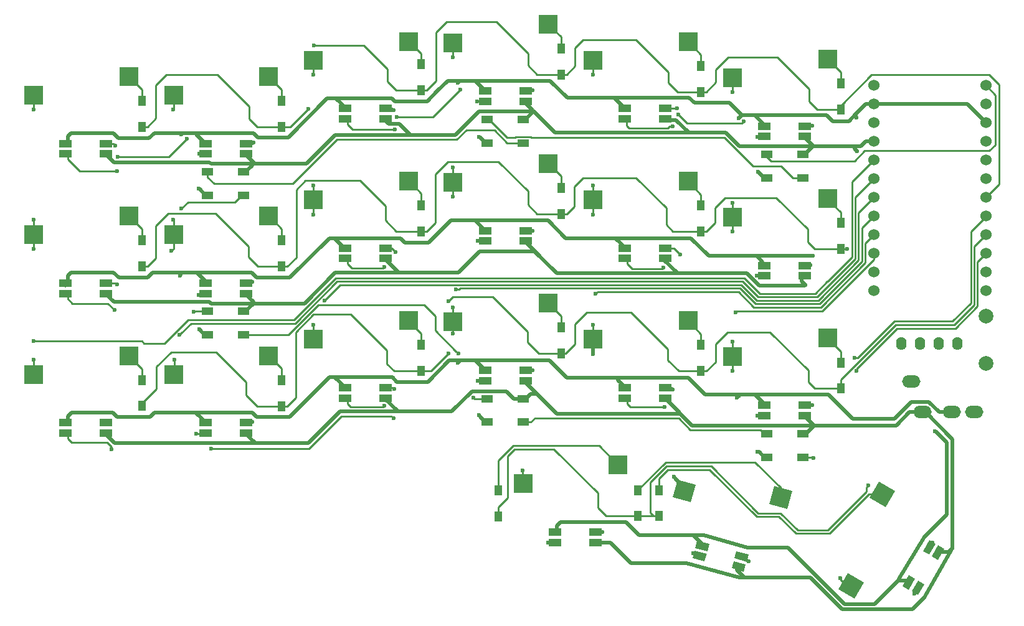
<source format=gbl>
G04 #@! TF.GenerationSoftware,KiCad,Pcbnew,(5.1.10)-1*
G04 #@! TF.CreationDate,2021-11-26T09:54:24+07:00*
G04 #@! TF.ProjectId,corne-cherry,636f726e-652d-4636-9865-7272792e6b69,3.0.1*
G04 #@! TF.SameCoordinates,Original*
G04 #@! TF.FileFunction,Copper,L2,Bot*
G04 #@! TF.FilePolarity,Positive*
%FSLAX46Y46*%
G04 Gerber Fmt 4.6, Leading zero omitted, Abs format (unit mm)*
G04 Created by KiCad (PCBNEW (5.1.10)-1) date 2021-11-26 09:54:24*
%MOMM*%
%LPD*%
G01*
G04 APERTURE LIST*
G04 #@! TA.AperFunction,SMDPad,CuDef*
%ADD10R,1.000000X1.400000*%
G04 #@! TD*
G04 #@! TA.AperFunction,SMDPad,CuDef*
%ADD11R,1.500000X1.000000*%
G04 #@! TD*
G04 #@! TA.AperFunction,ComponentPad*
%ADD12C,1.524000*%
G04 #@! TD*
G04 #@! TA.AperFunction,SMDPad,CuDef*
%ADD13C,0.100000*%
G04 #@! TD*
G04 #@! TA.AperFunction,ComponentPad*
%ADD14C,2.000000*%
G04 #@! TD*
G04 #@! TA.AperFunction,ComponentPad*
%ADD15O,1.397000X1.778000*%
G04 #@! TD*
G04 #@! TA.AperFunction,ComponentPad*
%ADD16O,2.500000X1.700000*%
G04 #@! TD*
G04 #@! TA.AperFunction,SMDPad,CuDef*
%ADD17R,2.550000X2.500000*%
G04 #@! TD*
G04 #@! TA.AperFunction,SMDPad,CuDef*
%ADD18R,1.700000X1.000000*%
G04 #@! TD*
G04 #@! TA.AperFunction,ViaPad*
%ADD19C,0.600000*%
G04 #@! TD*
G04 #@! TA.AperFunction,Conductor*
%ADD20C,0.250000*%
G04 #@! TD*
G04 #@! TA.AperFunction,Conductor*
%ADD21C,0.254000*%
G04 #@! TD*
G04 #@! TA.AperFunction,Conductor*
%ADD22C,0.500000*%
G04 #@! TD*
G04 #@! TA.AperFunction,Conductor*
%ADD23C,0.508000*%
G04 #@! TD*
G04 APERTURE END LIST*
D10*
X103122500Y-41054000D03*
X103122500Y-44604000D03*
X46149500Y-67175875D03*
X46149500Y-70725875D03*
X103122500Y-60054000D03*
X103122500Y-63604000D03*
X116422500Y-82164000D03*
X116422500Y-85714000D03*
X84122500Y-62429000D03*
X84122500Y-65979000D03*
X122122500Y-62429000D03*
X122122500Y-65979000D03*
X113579500Y-82164000D03*
X113579500Y-85714000D03*
X65149500Y-67179000D03*
X65149500Y-70729000D03*
X46149500Y-48175875D03*
X46149500Y-51725875D03*
X65149500Y-48179000D03*
X65149500Y-51729000D03*
X94572500Y-82169000D03*
X94572500Y-85719000D03*
X141122500Y-64804000D03*
X141122500Y-68354000D03*
X141122500Y-45804000D03*
X141122500Y-49354000D03*
X46149500Y-29175875D03*
X46149500Y-32725875D03*
X84122500Y-24179000D03*
X84122500Y-27729000D03*
X103122500Y-22054000D03*
X103122500Y-25604000D03*
X141122500Y-26804000D03*
X141122500Y-30354000D03*
X122122500Y-24429000D03*
X122122500Y-27979000D03*
X65149500Y-29179000D03*
X65149500Y-32729000D03*
X122122500Y-43429000D03*
X122122500Y-46979000D03*
X84122500Y-43429000D03*
X84122500Y-46979000D03*
D11*
X135972500Y-74479000D03*
X135972500Y-77679000D03*
X131072500Y-74479000D03*
X131072500Y-77679000D03*
D12*
X145618900Y-27116000D03*
X145618900Y-29656000D03*
X145618900Y-32196000D03*
X145618900Y-34736000D03*
X145618900Y-37276000D03*
X145618900Y-39816000D03*
X145618900Y-42356000D03*
X145618900Y-44896000D03*
X145618900Y-47436000D03*
X145618900Y-49976000D03*
X145618900Y-52516000D03*
X145618900Y-55056000D03*
X160838900Y-55056000D03*
X160838900Y-52516000D03*
X160838900Y-49976000D03*
X160838900Y-47436000D03*
X160838900Y-44896000D03*
X160838900Y-42356000D03*
X160838900Y-39816000D03*
X160838900Y-37276000D03*
X160838900Y-34736000D03*
X160838900Y-32196000D03*
X160838900Y-29656000D03*
X160838900Y-27116000D03*
G04 #@! TA.AperFunction,SMDPad,CuDef*
D13*
G36*
X146349059Y-81000498D02*
G01*
X148514123Y-82250498D01*
X147239123Y-84458862D01*
X145074059Y-83208862D01*
X146349059Y-81000498D01*
G37*
G04 #@! TD.AperFunction*
G04 #@! TA.AperFunction,SMDPad,CuDef*
G36*
X142085263Y-93465608D02*
G01*
X144250327Y-94715608D01*
X142975327Y-96923972D01*
X140810263Y-95673972D01*
X142085263Y-93465608D01*
G37*
G04 #@! TD.AperFunction*
D11*
X59972500Y-38854000D03*
X59972500Y-42054000D03*
X55072500Y-38854000D03*
X55072500Y-42054000D03*
D14*
X160839500Y-58455000D03*
X160839500Y-64955000D03*
D11*
X59972500Y-57854000D03*
X59972500Y-61054000D03*
X55072500Y-57854000D03*
X55072500Y-61054000D03*
D15*
X156983500Y-62202000D03*
X154443500Y-62202000D03*
X151903500Y-62202000D03*
X149363500Y-62202000D03*
D11*
X97972500Y-69729000D03*
X97972500Y-72929000D03*
X93072500Y-69729000D03*
X93072500Y-72929000D03*
D16*
X150749500Y-67366000D03*
X152249500Y-71566000D03*
X156249500Y-71566000D03*
X159249500Y-71566000D03*
D11*
X97972500Y-31729000D03*
X97972500Y-34929000D03*
X93072500Y-31729000D03*
X93072500Y-34929000D03*
X135972500Y-36479000D03*
X135972500Y-39679000D03*
X131072500Y-36479000D03*
X131072500Y-39679000D03*
D17*
X139364500Y-42499000D03*
X126437500Y-45039000D03*
X120364500Y-21124000D03*
X107437500Y-23664000D03*
X82364500Y-59124000D03*
X69437500Y-61664000D03*
X63364500Y-44874000D03*
X50437500Y-47414000D03*
X139364500Y-61499000D03*
X126437500Y-64039000D03*
X110864500Y-78749000D03*
X97937500Y-81289000D03*
G04 #@! TA.AperFunction,SMDPad,CuDef*
D13*
G36*
X134535318Y-82306705D02*
G01*
X133888271Y-84721520D01*
X131425160Y-84061531D01*
X132072207Y-81646716D01*
X134535318Y-82306705D01*
G37*
G04 #@! TD.AperFunction*
G04 #@! TA.AperFunction,SMDPad,CuDef*
G36*
X121391395Y-81414402D02*
G01*
X120744348Y-83829217D01*
X118281237Y-83169228D01*
X118928284Y-80754413D01*
X121391395Y-81414402D01*
G37*
G04 #@! TD.AperFunction*
D17*
X82364500Y-21124000D03*
X69437500Y-23664000D03*
X44364500Y-44874000D03*
X31437500Y-47414000D03*
X101364500Y-18749000D03*
X88437500Y-21289000D03*
X101364500Y-56749000D03*
X88437500Y-59289000D03*
X120364500Y-59124000D03*
X107437500Y-61664000D03*
X82364500Y-40124000D03*
X69437500Y-42664000D03*
X101364500Y-37749000D03*
X88437500Y-40289000D03*
X44364500Y-25874000D03*
X31437500Y-28414000D03*
X120364500Y-40124000D03*
X107437500Y-42664000D03*
X63364500Y-25874000D03*
X50437500Y-28414000D03*
D18*
X60272500Y-54004000D03*
X60272500Y-55404000D03*
X54772500Y-54004000D03*
X54772500Y-55404000D03*
X98272500Y-46879000D03*
X98272500Y-48279000D03*
X92772500Y-46879000D03*
X92772500Y-48279000D03*
X79272500Y-49254000D03*
X79272500Y-50654000D03*
X73772500Y-49254000D03*
X73772500Y-50654000D03*
X117272500Y-30254000D03*
X117272500Y-31654000D03*
X111772500Y-30254000D03*
X111772500Y-31654000D03*
X136272500Y-32629000D03*
X136272500Y-34029000D03*
X130772500Y-32629000D03*
X130772500Y-34029000D03*
X79272500Y-30254000D03*
X79272500Y-31654000D03*
X73772500Y-30254000D03*
X73772500Y-31654000D03*
X117272500Y-49254000D03*
X117272500Y-50654000D03*
X111772500Y-49254000D03*
X111772500Y-50654000D03*
X98272500Y-27879000D03*
X98272500Y-29279000D03*
X92772500Y-27879000D03*
X92772500Y-29279000D03*
X41272500Y-54004000D03*
X41272500Y-55404000D03*
X35772500Y-54004000D03*
X35772500Y-55404000D03*
X136272500Y-51629000D03*
X136272500Y-53029000D03*
X130772500Y-51629000D03*
X130772500Y-53029000D03*
X41272500Y-35004000D03*
X41272500Y-36404000D03*
X35772500Y-35004000D03*
X35772500Y-36404000D03*
G04 #@! TA.AperFunction,SMDPad,CuDef*
D13*
G36*
X126680133Y-91465719D02*
G01*
X126938952Y-90499793D01*
X128581025Y-90939785D01*
X128322206Y-91905711D01*
X126680133Y-91465719D01*
G37*
G04 #@! TD.AperFunction*
G04 #@! TA.AperFunction,SMDPad,CuDef*
G36*
X126317787Y-92818015D02*
G01*
X126576606Y-91852089D01*
X128218679Y-92292081D01*
X127959860Y-93258007D01*
X126317787Y-92818015D01*
G37*
G04 #@! TD.AperFunction*
G04 #@! TA.AperFunction,SMDPad,CuDef*
G36*
X121367541Y-90042215D02*
G01*
X121626360Y-89076289D01*
X123268433Y-89516281D01*
X123009614Y-90482207D01*
X121367541Y-90042215D01*
G37*
G04 #@! TD.AperFunction*
G04 #@! TA.AperFunction,SMDPad,CuDef*
G36*
X121005195Y-91394511D02*
G01*
X121264014Y-90428585D01*
X122906087Y-90868577D01*
X122647268Y-91834503D01*
X121005195Y-91394511D01*
G37*
G04 #@! TD.AperFunction*
D18*
X60272500Y-35004000D03*
X60272500Y-36404000D03*
X54772500Y-35004000D03*
X54772500Y-36404000D03*
X41272500Y-73004000D03*
X41272500Y-74404000D03*
X35772500Y-73004000D03*
X35772500Y-74404000D03*
X136272500Y-70629000D03*
X136272500Y-72029000D03*
X130772500Y-70629000D03*
X130772500Y-72029000D03*
X107772500Y-87879000D03*
X107772500Y-89279000D03*
X102272500Y-87879000D03*
X102272500Y-89279000D03*
X60272500Y-73004000D03*
X60272500Y-74404000D03*
X54772500Y-73004000D03*
X54772500Y-74404000D03*
X79272500Y-68254000D03*
X79272500Y-69654000D03*
X73772500Y-68254000D03*
X73772500Y-69654000D03*
X98272500Y-65879000D03*
X98272500Y-67279000D03*
X92772500Y-65879000D03*
X92772500Y-67279000D03*
G04 #@! TA.AperFunction,SMDPad,CuDef*
D13*
G36*
X153162916Y-90958552D02*
G01*
X152296890Y-90458552D01*
X153146890Y-88986308D01*
X154012916Y-89486308D01*
X153162916Y-90958552D01*
G37*
G04 #@! TD.AperFunction*
G04 #@! TA.AperFunction,SMDPad,CuDef*
G36*
X154375352Y-91658552D02*
G01*
X153509326Y-91158552D01*
X154359326Y-89686308D01*
X155225352Y-90186308D01*
X154375352Y-91658552D01*
G37*
G04 #@! TD.AperFunction*
G04 #@! TA.AperFunction,SMDPad,CuDef*
G36*
X150412916Y-95721692D02*
G01*
X149546890Y-95221692D01*
X150396890Y-93749448D01*
X151262916Y-94249448D01*
X150412916Y-95721692D01*
G37*
G04 #@! TD.AperFunction*
G04 #@! TA.AperFunction,SMDPad,CuDef*
G36*
X151625352Y-96421692D02*
G01*
X150759326Y-95921692D01*
X151609326Y-94449448D01*
X152475352Y-94949448D01*
X151625352Y-96421692D01*
G37*
G04 #@! TD.AperFunction*
D17*
X44364500Y-63874000D03*
X31437500Y-66414000D03*
X139364500Y-23499000D03*
X126437500Y-26039000D03*
X63364500Y-63874000D03*
X50437500Y-66414000D03*
D18*
X117272500Y-68254000D03*
X117272500Y-69654000D03*
X111772500Y-68254000D03*
X111772500Y-69654000D03*
D19*
X68722500Y-30279000D03*
X69522500Y-21679000D03*
X143022500Y-64179000D03*
X142022500Y-49379000D03*
X87797500Y-63579000D03*
X87797500Y-56479000D03*
X143222500Y-65979000D03*
X144908737Y-81556353D03*
X127047500Y-69579000D03*
X129822500Y-76979000D03*
X153962500Y-74134000D03*
X91922500Y-71978998D03*
X137322500Y-50279000D03*
X127277510Y-31567716D03*
X144712500Y-72479000D03*
X89047500Y-64879000D03*
X53922500Y-60279000D03*
X51347500Y-52979000D03*
X53822500Y-41179000D03*
X51447500Y-33779000D03*
X91922500Y-34079000D03*
X89047500Y-26779000D03*
X129922500Y-38879000D03*
X143222500Y-31479000D03*
X143372510Y-36079000D03*
X136322500Y-54279000D03*
X31422500Y-64379000D03*
X31422500Y-61879000D03*
X31422500Y-49379000D03*
X31422500Y-30379000D03*
X31422500Y-45379000D03*
X50522500Y-64379000D03*
X50122500Y-49579000D03*
X50379840Y-45368907D03*
X50422500Y-30379000D03*
X51211949Y-61068449D03*
X69422500Y-59679000D03*
X69422500Y-25679000D03*
X69422500Y-44679000D03*
X70992078Y-56348578D03*
X69422500Y-40679000D03*
X88422500Y-60879000D03*
X88822500Y-54879000D03*
X88422500Y-23279000D03*
X88422500Y-38279000D03*
X88422500Y-42279000D03*
X97922500Y-79479000D03*
X88422500Y-57279000D03*
X118422500Y-80379000D03*
X107422500Y-40679000D03*
X107422500Y-63679000D03*
X107422500Y-59679000D03*
X107422500Y-25679000D03*
X107822500Y-55479000D03*
X107422500Y-44679000D03*
X126822504Y-57979000D03*
X126422500Y-43079000D03*
X126422500Y-61979000D03*
X126422500Y-46979000D03*
X126422500Y-27979000D03*
X141022500Y-94179000D03*
X126422500Y-65979000D03*
X53142500Y-57894000D03*
X51522500Y-43879000D03*
X99222500Y-27779000D03*
X80802500Y-31420952D03*
X89422500Y-27679000D03*
X80522506Y-33128990D03*
X127977521Y-31979000D03*
X118297500Y-32629000D03*
X119012500Y-31054000D03*
X137222500Y-32579000D03*
X42422500Y-57679000D03*
X42522500Y-35279000D03*
X61122500Y-53879000D03*
X53922500Y-36379000D03*
X80322500Y-30479000D03*
X79122500Y-51829000D03*
X99222500Y-46879000D03*
X91722500Y-29279000D03*
X118858699Y-30177426D03*
X117022500Y-51929000D03*
X137022500Y-51579000D03*
X129822500Y-34079000D03*
X42022500Y-76579000D03*
X42722500Y-54179000D03*
X61122500Y-72879000D03*
X53822500Y-55579000D03*
X91822500Y-48279000D03*
X99222500Y-65879000D03*
X119272500Y-50079000D03*
X117222500Y-70879000D03*
X137222500Y-70579000D03*
X129722500Y-52979000D03*
X91822500Y-67279000D03*
X108722500Y-87879000D03*
X129822500Y-72079000D03*
X153615692Y-89285767D03*
X101322500Y-89279000D03*
X128622500Y-91879000D03*
X151122500Y-96279000D03*
X137422500Y-77779000D03*
X91172500Y-69614000D03*
X89122500Y-63579000D03*
X61322500Y-34879000D03*
X42817733Y-36783990D03*
X52222500Y-34379000D03*
X42722500Y-38744010D03*
X80647510Y-49779000D03*
X79092169Y-70709331D03*
X80447510Y-68379000D03*
X80322500Y-72379000D03*
X55522500Y-76529000D03*
X53522500Y-74479000D03*
X118322500Y-68479000D03*
X121122500Y-90779000D03*
D20*
X105022500Y-21979000D02*
X106122500Y-20879000D01*
X103872500Y-25604000D02*
X105022500Y-24454000D01*
X98622500Y-24379000D02*
X98635686Y-24379000D01*
X102372500Y-25604000D02*
X103122500Y-25604000D01*
X84872500Y-27729000D02*
X86122500Y-26479000D01*
X76322500Y-21679000D02*
X69946764Y-21679000D01*
X79522500Y-24879000D02*
X76322500Y-21679000D01*
X94322500Y-18479000D02*
X98622500Y-22779000D01*
X105022500Y-24454000D02*
X105022500Y-21979000D01*
X84122500Y-27729000D02*
X80672500Y-27729000D01*
X117722500Y-26779000D02*
X118922500Y-27979000D01*
X98635686Y-24379000D02*
X99860686Y-25604000D01*
X140372500Y-30354000D02*
X141122500Y-30354000D01*
X122122500Y-27979000D02*
X122822500Y-27979000D01*
X136822500Y-29279000D02*
X137897500Y-30354000D01*
X84122500Y-27729000D02*
X84872500Y-27729000D01*
X99860686Y-25604000D02*
X102372500Y-25604000D01*
X122822500Y-27979000D02*
X124122500Y-26679000D01*
X124122500Y-24979000D02*
X125822500Y-23279000D01*
X137897500Y-30354000D02*
X140372500Y-30354000D01*
X113322500Y-20879000D02*
X117722500Y-25279000D01*
X124122500Y-26679000D02*
X124122500Y-24979000D01*
X136822500Y-27579000D02*
X136822500Y-29279000D01*
X125822500Y-23279000D02*
X132522500Y-23279000D01*
X132522500Y-23279000D02*
X136822500Y-27579000D01*
X118922500Y-27979000D02*
X122122500Y-27979000D01*
X87522500Y-18479000D02*
X94322500Y-18479000D01*
X69946764Y-21679000D02*
X69522500Y-21679000D01*
X103122500Y-25604000D02*
X103872500Y-25604000D01*
X98622500Y-22779000D02*
X98622500Y-24379000D01*
X86122500Y-19879000D02*
X87522500Y-18479000D01*
X86122500Y-26479000D02*
X86122500Y-19879000D01*
X117722500Y-25279000D02*
X117722500Y-26779000D01*
X106122500Y-20879000D02*
X113322500Y-20879000D01*
X66272500Y-32729000D02*
X68722500Y-30279000D01*
X46149500Y-32725875D02*
X46899500Y-32725875D01*
X49422500Y-25679000D02*
X56422500Y-25679000D01*
X162622500Y-26979000D02*
X161322500Y-25679000D01*
X61772500Y-32729000D02*
X65149500Y-32729000D01*
X48022500Y-27079000D02*
X49422500Y-25679000D01*
X60722500Y-31679000D02*
X61772500Y-32729000D01*
X161322500Y-25679000D02*
X145284819Y-25679000D01*
X145284819Y-25679000D02*
X141122500Y-29841319D01*
X160838900Y-42356000D02*
X162622500Y-40572400D01*
X162622500Y-40572400D02*
X162622500Y-26979000D01*
X141122500Y-29841319D02*
X141122500Y-30354000D01*
X79522500Y-26579000D02*
X79522500Y-24879000D01*
X80672500Y-27729000D02*
X79522500Y-26579000D01*
X46899500Y-32725875D02*
X48022500Y-31602875D01*
X48022500Y-31602875D02*
X48022500Y-27079000D01*
X56422500Y-25679000D02*
X60722500Y-29979000D01*
X60722500Y-29979000D02*
X60722500Y-31679000D01*
X65149500Y-32729000D02*
X66272500Y-32729000D01*
X44364500Y-25874000D02*
X44364500Y-25899000D01*
X46149500Y-27684000D02*
X46149500Y-27925875D01*
X44364500Y-25899000D02*
X46149500Y-27684000D01*
X46149500Y-27925875D02*
X46149500Y-29175875D01*
X160838900Y-44962600D02*
X158822500Y-46979000D01*
X141122500Y-49354000D02*
X141997500Y-49354000D01*
X158822500Y-46979000D02*
X158822500Y-56679000D01*
X141997500Y-49354000D02*
X142022500Y-49379000D01*
X148422500Y-59179000D02*
X143422500Y-64179000D01*
X160838900Y-44896000D02*
X160838900Y-44962600D01*
X158822500Y-56679000D02*
X156322500Y-59179000D01*
X156322500Y-59179000D02*
X148422500Y-59179000D01*
X122122500Y-46979000D02*
X122872500Y-46979000D01*
X143422500Y-64179000D02*
X143022500Y-64179000D01*
X56147501Y-44504001D02*
X60622500Y-48979000D01*
X122872500Y-46979000D02*
X124022500Y-45829000D01*
X98622500Y-43379000D02*
X99847500Y-44604000D01*
X124022500Y-45829000D02*
X124022500Y-43779000D01*
X124022500Y-43779000D02*
X125422500Y-42379000D01*
X117422500Y-46079000D02*
X118322500Y-46979000D01*
X67122500Y-41279000D02*
X68347501Y-40053999D01*
X103872500Y-44604000D02*
X104922500Y-43554000D01*
X104922500Y-43554000D02*
X104922500Y-40879000D01*
X60622500Y-48979000D02*
X60622500Y-50479000D01*
X125422500Y-42379000D02*
X132322500Y-42379000D01*
X132322500Y-42379000D02*
X136622500Y-46679000D01*
X136622500Y-48379000D02*
X137597500Y-49354000D01*
X136622500Y-46679000D02*
X136622500Y-48379000D01*
X118322500Y-46979000D02*
X122122500Y-46979000D01*
X79222500Y-43528998D02*
X79222500Y-45479000D01*
X80722500Y-46979000D02*
X84122500Y-46979000D01*
X117422500Y-43779000D02*
X117422500Y-46079000D01*
X65149500Y-51729000D02*
X65899500Y-51729000D01*
X113322500Y-39679000D02*
X117422500Y-43779000D01*
X106122500Y-39679000D02*
X113322500Y-39679000D01*
X104922500Y-40879000D02*
X106122500Y-39679000D01*
X75747501Y-40053999D02*
X79222500Y-43528998D01*
X87722500Y-37479000D02*
X94622500Y-37479000D01*
X65899500Y-51729000D02*
X67122500Y-50506000D01*
X84122500Y-46979000D02*
X84872500Y-46979000D01*
X84872500Y-46979000D02*
X86022500Y-45829000D01*
X79222500Y-45479000D02*
X80722500Y-46979000D01*
X48022500Y-50602875D02*
X48022500Y-46179000D01*
X64399500Y-51729000D02*
X65149500Y-51729000D01*
X86022500Y-45829000D02*
X86022500Y-39179000D01*
X48022500Y-46179000D02*
X49697499Y-44504001D01*
X94622500Y-37479000D02*
X98622500Y-41479000D01*
X99847500Y-44604000D02*
X103122500Y-44604000D01*
X141122500Y-49354000D02*
X141247500Y-49354000D01*
X46149500Y-51725875D02*
X46899500Y-51725875D01*
X46899500Y-51725875D02*
X48022500Y-50602875D01*
X60622500Y-50479000D02*
X61872500Y-51729000D01*
X98622500Y-41479000D02*
X98622500Y-43379000D01*
X61872500Y-51729000D02*
X64399500Y-51729000D01*
X67122500Y-50506000D02*
X67122500Y-41279000D01*
X49697499Y-44504001D02*
X56147501Y-44504001D01*
X68347501Y-40053999D02*
X75747501Y-40053999D01*
X86022500Y-39179000D02*
X87722500Y-37479000D01*
X137597500Y-49354000D02*
X141122500Y-49354000D01*
X103122500Y-44604000D02*
X103872500Y-44604000D01*
X65149500Y-27694000D02*
X65149500Y-29179000D01*
X63364500Y-25874000D02*
X63364500Y-25909000D01*
X63364500Y-25909000D02*
X65149500Y-27694000D01*
X79422500Y-64979000D02*
X80422500Y-65979000D01*
X83372500Y-65979000D02*
X84122500Y-65979000D01*
X65149500Y-70729000D02*
X65899500Y-70729000D01*
X67022500Y-69606000D02*
X67022500Y-60707078D01*
X74522500Y-58279000D02*
X79422500Y-63179000D01*
X65899500Y-70729000D02*
X67022500Y-69606000D01*
X69450578Y-58279000D02*
X74522500Y-58279000D01*
D21*
X156588500Y-59679000D02*
X159274511Y-56992989D01*
D20*
X122122500Y-65979000D02*
X122872500Y-65979000D01*
X122872500Y-65979000D02*
X124122500Y-64729000D01*
X125722500Y-60679000D02*
X131522500Y-60679000D01*
X105022500Y-62279000D02*
X105022500Y-59579000D01*
X137597500Y-68354000D02*
X141122500Y-68354000D01*
X105022500Y-59579000D02*
X106622500Y-57979000D01*
D21*
X159274511Y-49000389D02*
X160076901Y-48197999D01*
D20*
X64472500Y-70729000D02*
X65149500Y-70729000D01*
X112622500Y-57979000D02*
X117622500Y-62979000D01*
X88397500Y-55879000D02*
X87797500Y-56479000D01*
X103122500Y-63604000D02*
X103697500Y-63604000D01*
X85422500Y-65979000D02*
X84122500Y-65979000D01*
X100047500Y-63604000D02*
X98522500Y-62079000D01*
X124122500Y-64729000D02*
X124122500Y-62279000D01*
X103122500Y-63604000D02*
X100047500Y-63604000D01*
D21*
X160076901Y-48197999D02*
X160838900Y-47436000D01*
X159274511Y-56992989D02*
X159274511Y-49000389D01*
D20*
X124122500Y-62279000D02*
X125722500Y-60679000D01*
X87797500Y-63579000D02*
X87797500Y-63604000D01*
X136722500Y-67479000D02*
X137597500Y-68354000D01*
X131522500Y-60679000D02*
X136722500Y-65879000D01*
X136722500Y-65879000D02*
X136722500Y-67479000D01*
X103697500Y-63604000D02*
X105022500Y-62279000D01*
X93822500Y-55879000D02*
X88397500Y-55879000D01*
X46149500Y-70352000D02*
X48122500Y-68379000D01*
X106622500Y-57979000D02*
X112622500Y-57979000D01*
X117622500Y-64479000D02*
X119122500Y-65979000D01*
X87797500Y-63604000D02*
X85422500Y-65979000D01*
X98522500Y-62079000D02*
X98522500Y-60579000D01*
X46149500Y-70725875D02*
X46149500Y-70352000D01*
X61772500Y-70729000D02*
X64472500Y-70729000D01*
X50122500Y-63379000D02*
X56222500Y-63379000D01*
X60322500Y-69279000D02*
X61772500Y-70729000D01*
D21*
X141122500Y-68279000D02*
X141122500Y-67152400D01*
D20*
X56222500Y-63379000D02*
X60322500Y-67479000D01*
X60322500Y-67479000D02*
X60322500Y-69279000D01*
X48122500Y-68379000D02*
X48122500Y-65379000D01*
X119122500Y-65979000D02*
X122122500Y-65979000D01*
X48122500Y-65379000D02*
X50122500Y-63379000D01*
D21*
X148595900Y-59679000D02*
X156588500Y-59679000D01*
D20*
X98522500Y-60579000D02*
X93822500Y-55879000D01*
D21*
X141122500Y-67152400D02*
X148595900Y-59679000D01*
D20*
X67022500Y-60707078D02*
X69450578Y-58279000D01*
X79422500Y-63179000D02*
X79422500Y-64979000D01*
X80422500Y-65979000D02*
X83372500Y-65979000D01*
X117622500Y-62979000D02*
X117622500Y-64479000D01*
X82449500Y-21124000D02*
X84122500Y-22797000D01*
X82364500Y-21124000D02*
X82449500Y-21124000D01*
X84122500Y-22797000D02*
X84122500Y-24179000D01*
X115672500Y-85714000D02*
X115222500Y-85264000D01*
X139372511Y-87628989D02*
X144608738Y-82392762D01*
X129908900Y-85328990D02*
X132972490Y-85328990D01*
X95822500Y-83219000D02*
X95822500Y-77579000D01*
X109257500Y-85714000D02*
X113622500Y-85714000D01*
X116422500Y-85714000D02*
X115672500Y-85714000D01*
D21*
X156730568Y-60179000D02*
X149022500Y-60179000D01*
D20*
X132972490Y-85328990D02*
X135272489Y-87628989D01*
X144608738Y-82392762D02*
X144608738Y-81856352D01*
X113622500Y-85714000D02*
X113579500Y-85714000D01*
X94572500Y-85719000D02*
X94572500Y-84469000D01*
X95822500Y-77579000D02*
X96822500Y-76579000D01*
D21*
X159728522Y-51086378D02*
X159728522Y-57181046D01*
D20*
X96822500Y-76579000D02*
X102122500Y-76579000D01*
X148772500Y-60179000D02*
X149022500Y-60179000D01*
D21*
X160838900Y-49976000D02*
X159728522Y-51086378D01*
D20*
X117408920Y-78928989D02*
X123508900Y-78928989D01*
X113579500Y-85714000D02*
X116422500Y-85714000D01*
X102122500Y-76579000D02*
X108122500Y-82579000D01*
D21*
X159728522Y-57181046D02*
X156730568Y-60179000D01*
D20*
X94572500Y-84469000D02*
X95822500Y-83219000D01*
X123508900Y-78928989D02*
X129908900Y-85328990D01*
X115222500Y-81115410D02*
X117408920Y-78928989D01*
X108122500Y-84579000D02*
X109257500Y-85714000D01*
X115222500Y-85264000D02*
X115222500Y-81115410D01*
X143222500Y-65979000D02*
X143222500Y-65729000D01*
X144608738Y-81856352D02*
X144908737Y-81556353D01*
X143222500Y-65729000D02*
X148772500Y-60179000D01*
X108122500Y-82579000D02*
X108122500Y-84579000D01*
X135272489Y-87628989D02*
X139372511Y-87628989D01*
X101364500Y-18749000D02*
X101394500Y-18749000D01*
X103122500Y-20477000D02*
X103122500Y-22054000D01*
X101394500Y-18749000D02*
X103122500Y-20477000D01*
X120364500Y-21169000D02*
X122122500Y-22927000D01*
X122122500Y-22927000D02*
X122122500Y-24429000D01*
X120364500Y-21124000D02*
X120364500Y-21169000D01*
X139364500Y-23519000D02*
X141122500Y-25277000D01*
X139364500Y-23499000D02*
X139364500Y-23519000D01*
X141122500Y-25277000D02*
X141122500Y-26804000D01*
X44364500Y-44874000D02*
X44409500Y-44874000D01*
X44409500Y-44874000D02*
X46149500Y-46614000D01*
X46149500Y-46614000D02*
X46149500Y-48175875D01*
X65149500Y-46624000D02*
X65149500Y-48179000D01*
X63364500Y-44874000D02*
X63399500Y-44874000D01*
X63399500Y-44874000D02*
X65149500Y-46624000D01*
X84122500Y-41787000D02*
X84122500Y-43429000D01*
X82364500Y-40124000D02*
X82459500Y-40124000D01*
X82459500Y-40124000D02*
X84122500Y-41787000D01*
X101364500Y-37749000D02*
X101414500Y-37749000D01*
X103122500Y-39457000D02*
X103122500Y-41054000D01*
X101414500Y-37749000D02*
X103122500Y-39457000D01*
X122122500Y-41977000D02*
X122122500Y-43429000D01*
X120364500Y-40124000D02*
X120364500Y-40219000D01*
X120364500Y-40219000D02*
X122122500Y-41977000D01*
X139364500Y-42621000D02*
X141122500Y-44379000D01*
X141122500Y-44379000D02*
X141122500Y-45804000D01*
X139364500Y-42499000D02*
X139364500Y-42621000D01*
X44364500Y-63889000D02*
X46149500Y-65674000D01*
X46149500Y-65674000D02*
X46149500Y-67175875D01*
X44364500Y-63874000D02*
X44364500Y-63889000D01*
X63429500Y-63874000D02*
X65149500Y-65594000D01*
X63364500Y-63874000D02*
X63429500Y-63874000D01*
X65149500Y-65594000D02*
X65149500Y-67179000D01*
X82364500Y-59124000D02*
X82364500Y-59129000D01*
X82364500Y-59129000D02*
X84122500Y-60887000D01*
X84122500Y-60887000D02*
X84122500Y-62429000D01*
X101384500Y-56749000D02*
X103122500Y-58487000D01*
X101364500Y-56749000D02*
X101384500Y-56749000D01*
X103122500Y-58487000D02*
X103122500Y-60054000D01*
X120364500Y-59124000D02*
X120364500Y-59169000D01*
X120364500Y-59169000D02*
X122122500Y-60927000D01*
X122122500Y-60927000D02*
X122122500Y-62429000D01*
X141122500Y-63307000D02*
X141122500Y-64804000D01*
X139364500Y-61499000D02*
X139364500Y-61549000D01*
X139364500Y-61549000D02*
X141122500Y-63307000D01*
X96572510Y-76128990D02*
X108272490Y-76128990D01*
X94572500Y-78129000D02*
X96572510Y-76128990D01*
X108272490Y-76128990D02*
X110864500Y-78721000D01*
X110864500Y-78721000D02*
X110864500Y-78749000D01*
X94572500Y-82169000D02*
X94572500Y-78129000D01*
X117322500Y-78379000D02*
X129469216Y-78379000D01*
X129469216Y-78379000D02*
X132980239Y-81890023D01*
X113579500Y-82164000D02*
X113579500Y-82122000D01*
X113579500Y-82122000D02*
X117322500Y-78379000D01*
X132980239Y-81890023D02*
X132980239Y-83184118D01*
X135022500Y-88079000D02*
X139622500Y-88079000D01*
X116422500Y-80551820D02*
X117595320Y-79379000D01*
X116422500Y-82164000D02*
X116422500Y-80551820D01*
X123322500Y-79379000D02*
X129722500Y-85779001D01*
X132722501Y-85779001D02*
X135022500Y-88079000D01*
X129722500Y-85779001D02*
X132722501Y-85779001D01*
X139622500Y-88079000D02*
X144971820Y-82729680D01*
X117595320Y-79379000D02*
X123322500Y-79379000D01*
X144971820Y-82729680D02*
X146794091Y-82729680D01*
D22*
X102572500Y-86985250D02*
X102712490Y-86845260D01*
X103038760Y-86518990D02*
X103078750Y-86479000D01*
X110822500Y-66879000D02*
X120422500Y-66879000D01*
X88122500Y-45479000D02*
X85122500Y-48479000D01*
X102572500Y-87879000D02*
X102572500Y-86985250D01*
X155552500Y-85462514D02*
X155552500Y-75684000D01*
X127722500Y-31179000D02*
X127666226Y-31179000D01*
X81272500Y-47879000D02*
X72322500Y-47879000D01*
X85122500Y-48479000D02*
X81872500Y-48479000D01*
X127577509Y-31267717D02*
X127277510Y-31567716D01*
X122722500Y-69179000D02*
X120422500Y-66879000D01*
X102712490Y-86845260D02*
X102712490Y-86817747D01*
X91122500Y-45479000D02*
X88122500Y-45479000D01*
X127322500Y-69179000D02*
X122722500Y-69179000D01*
X154002500Y-74134000D02*
X155552500Y-75684000D01*
X152479257Y-88535757D02*
X155552500Y-85462514D01*
X81872500Y-48479000D02*
X81272500Y-47879000D01*
X127666226Y-31179000D02*
X127577509Y-31267717D01*
X113740890Y-88297390D02*
X120904110Y-88297390D01*
X102712490Y-86817747D02*
X103011247Y-86518990D01*
X51422500Y-52579000D02*
X47606377Y-52579000D01*
X47822500Y-71579000D02*
X47222500Y-72179000D01*
X42297500Y-52579000D02*
X36497500Y-52579000D01*
X36497500Y-52579000D02*
X36072500Y-53004000D01*
X66222499Y-72179001D02*
X61757501Y-72179001D01*
X47814439Y-33579000D02*
X47114439Y-34279000D01*
X71309502Y-28879000D02*
X66009502Y-34179000D01*
X66222500Y-53279000D02*
X61747500Y-53279000D01*
X42247500Y-33579000D02*
X36497500Y-33579000D01*
X120904110Y-88297390D02*
X122522500Y-88279000D01*
X47222500Y-72179000D02*
X42737500Y-72179000D01*
X84972499Y-67429001D02*
X80817501Y-67429001D01*
X42737500Y-72179000D02*
X42137500Y-71579000D01*
X72022500Y-66779000D02*
X71622500Y-66779000D01*
X89322500Y-64479000D02*
X87922500Y-64479000D01*
X80167500Y-66779000D02*
X72022500Y-66779000D01*
X47114439Y-34279000D02*
X42947500Y-34279000D01*
X66009502Y-34179000D02*
X61877500Y-34179000D01*
X47606377Y-52579000D02*
X46906377Y-53279000D01*
X154002500Y-74134000D02*
X153962500Y-74134000D01*
X36497500Y-33579000D02*
X36072500Y-34004000D01*
X87922500Y-64479000D02*
X84972499Y-67429001D01*
X51622500Y-33579000D02*
X47814439Y-33579000D01*
X36072500Y-34004000D02*
X36072500Y-35004000D01*
X122522500Y-88279000D02*
X128422500Y-89979000D01*
X89222500Y-26479000D02*
X87682502Y-26479000D01*
X36622500Y-71579000D02*
X36072500Y-72129000D01*
X36072500Y-72129000D02*
X36072500Y-73004000D01*
X84897501Y-29303999D02*
X80542499Y-29303999D01*
X86322500Y-27839002D02*
X86322500Y-27879000D01*
X52822500Y-33579000D02*
X51622500Y-33579000D01*
X109322500Y-28779000D02*
X103947500Y-28779000D01*
X148922500Y-94474000D02*
X148922500Y-94379000D01*
X141622489Y-97678989D02*
X145717511Y-97678989D01*
X71622500Y-66779000D02*
X66222499Y-72179001D01*
X101647500Y-26479000D02*
X90522500Y-26479000D01*
X61157500Y-71579000D02*
X53522500Y-71579000D01*
X80817501Y-67429001D02*
X80167500Y-66779000D01*
X72322500Y-47879000D02*
X71622500Y-47879000D01*
X71622500Y-47879000D02*
X66222500Y-53279000D01*
X103947500Y-28779000D02*
X101647500Y-26479000D01*
X61277500Y-33579000D02*
X52822500Y-33579000D01*
X61047500Y-52579000D02*
X54122500Y-52579000D01*
X61747500Y-53279000D02*
X61047500Y-52579000D01*
X46906377Y-53279000D02*
X42997500Y-53279000D01*
X145717511Y-97678989D02*
X148922500Y-94474000D01*
X80117500Y-28879000D02*
X72322500Y-28879000D01*
X42947500Y-34279000D02*
X42247500Y-33579000D01*
X128422500Y-89979000D02*
X133922500Y-89979000D01*
X148922500Y-94379000D02*
X152479257Y-88535757D01*
X61877500Y-34179000D02*
X61277500Y-33579000D01*
X80542499Y-29303999D02*
X80117500Y-28879000D01*
X87682502Y-26479000D02*
X86322500Y-27839002D01*
X86322500Y-27879000D02*
X84897501Y-29303999D01*
X103011247Y-86518990D02*
X103038760Y-86518990D01*
X133922500Y-89979000D02*
X141622489Y-97678989D01*
X61757501Y-72179001D02*
X61157500Y-71579000D01*
X103078750Y-86479000D02*
X111922500Y-86479000D01*
X111922500Y-86479000D02*
X113740890Y-88297390D01*
X53522500Y-71579000D02*
X47822500Y-71579000D01*
X42137500Y-71579000D02*
X36622500Y-71579000D01*
X72322500Y-28879000D02*
X71309502Y-28879000D01*
X42997500Y-53279000D02*
X42297500Y-52579000D01*
X36072500Y-53004000D02*
X36072500Y-54004000D01*
X120772499Y-47879000D02*
X110322500Y-47879000D01*
X148922500Y-94379000D02*
X149019262Y-94475762D01*
X92922500Y-72978998D02*
X92222499Y-72278997D01*
X89322500Y-64604000D02*
X89047500Y-64879000D01*
X144288236Y-72479000D02*
X144712500Y-72479000D01*
X149019262Y-94475762D02*
X150554903Y-94475762D01*
X51422500Y-52579000D02*
X51422500Y-52904000D01*
X89322500Y-64479000D02*
X89322500Y-64604000D01*
X145136764Y-72479000D02*
X144712500Y-72479000D01*
X148422500Y-72479000D02*
X145136764Y-72479000D01*
X129922500Y-50279000D02*
X123172499Y-50279000D01*
X130872500Y-51629000D02*
X129822500Y-50379000D01*
X51422500Y-52904000D02*
X51347500Y-52979000D01*
X129822500Y-76979000D02*
X130022500Y-76979000D01*
X92922500Y-73079000D02*
X92922500Y-72978998D01*
X53922500Y-41179000D02*
X54797500Y-42054000D01*
X130022500Y-76979000D02*
X130822500Y-77779000D01*
X129022500Y-69179000D02*
X139472500Y-69179000D01*
X154499500Y-71566000D02*
X153112500Y-70179000D01*
X150722500Y-70179000D02*
X148422500Y-72479000D01*
X156249500Y-71566000D02*
X154499500Y-71566000D01*
X120904110Y-88297390D02*
X121048262Y-88297390D01*
X127322500Y-69304000D02*
X127047500Y-69579000D01*
X153112500Y-70179000D02*
X150722500Y-70179000D01*
X139472500Y-69179000D02*
X142772500Y-72479000D01*
X54122500Y-52579000D02*
X51422500Y-52579000D01*
X53922500Y-60279000D02*
X54822500Y-61179000D01*
X91422500Y-64479000D02*
X89322500Y-64479000D01*
X137322500Y-50279000D02*
X129922500Y-50279000D01*
X121048262Y-88297390D02*
X122607765Y-89856893D01*
X129922500Y-50279000D02*
X129822500Y-50379000D01*
X129022500Y-69179000D02*
X127322500Y-69179000D01*
X127322500Y-69179000D02*
X127322500Y-69304000D01*
X53822500Y-41179000D02*
X53922500Y-41179000D01*
X92222499Y-72278997D02*
X91922500Y-71978998D01*
X51622500Y-33579000D02*
X51622500Y-33604000D01*
X54797500Y-42054000D02*
X55072500Y-42054000D01*
X142772500Y-72479000D02*
X144288236Y-72479000D01*
X123172499Y-50279000D02*
X120772499Y-47879000D01*
X143220385Y-31476885D02*
X143222500Y-31479000D01*
X91122500Y-45479000D02*
X91422500Y-45479000D01*
X73797500Y-68254000D02*
X74072500Y-68254000D01*
X110322500Y-47879000D02*
X110522500Y-47879000D01*
X90522500Y-26479000D02*
X89222500Y-26479000D01*
X143220385Y-30976885D02*
X143220385Y-31476885D01*
X53622500Y-52579000D02*
X55047500Y-54004000D01*
X103922500Y-66879000D02*
X101522500Y-64479000D01*
X51622500Y-33604000D02*
X51447500Y-33779000D01*
X91922500Y-34079000D02*
X92022500Y-34079000D01*
X92872500Y-34929000D02*
X93072500Y-34929000D01*
X92022500Y-34079000D02*
X92872500Y-34929000D01*
X89222500Y-26479000D02*
X89222500Y-26604000D01*
X89222500Y-26604000D02*
X89047500Y-26779000D01*
X129922500Y-38879000D02*
X130722500Y-39679000D01*
X101522500Y-64479000D02*
X91422500Y-64479000D01*
X130722500Y-39679000D02*
X131072500Y-39679000D01*
X129422500Y-69179000D02*
X130872500Y-70629000D01*
X110822500Y-67179000D02*
X111897500Y-68254000D01*
X111797500Y-30254000D02*
X112072500Y-30254000D01*
X111897500Y-68254000D02*
X112072500Y-68254000D01*
X92722500Y-65779000D02*
X92722500Y-65879000D01*
X54122500Y-52579000D02*
X53622500Y-52579000D01*
X111897500Y-49254000D02*
X112072500Y-49254000D01*
X110322500Y-28779000D02*
X111797500Y-30254000D01*
X53522500Y-33779000D02*
X54747500Y-35004000D01*
X143220385Y-30976885D02*
X142218270Y-31979000D01*
X110322500Y-47879000D02*
X103722500Y-47879000D01*
X109322500Y-28779000D02*
X110322500Y-28779000D01*
X91422500Y-45479000D02*
X92822500Y-46879000D01*
X92822500Y-46879000D02*
X93072500Y-46879000D01*
X53122500Y-33579000D02*
X53522500Y-33579000D01*
X53522500Y-33579000D02*
X53522500Y-33779000D01*
X90522500Y-26479000D02*
X91422500Y-26479000D01*
X131072500Y-32629000D02*
X130872500Y-32629000D01*
X145618900Y-29656000D02*
X144541270Y-29656000D01*
X91422500Y-26479000D02*
X92822500Y-27879000D01*
X129022500Y-69179000D02*
X129422500Y-69179000D01*
X54747500Y-35004000D02*
X55072500Y-35004000D01*
X130872500Y-70629000D02*
X131072500Y-70629000D01*
X110822500Y-66879000D02*
X110822500Y-67179000D01*
X144541270Y-29656000D02*
X143220385Y-30976885D01*
X72322500Y-66779000D02*
X73797500Y-68254000D01*
X73697500Y-49254000D02*
X74072500Y-49254000D01*
X73897500Y-30254000D02*
X74072500Y-30254000D01*
X142218270Y-31979000D02*
X140022500Y-31979000D01*
X54847500Y-73004000D02*
X55072500Y-73004000D01*
X55047500Y-54004000D02*
X55072500Y-54004000D01*
X72322500Y-47879000D02*
X73697500Y-49254000D01*
X110822500Y-66879000D02*
X103922500Y-66879000D01*
X53522500Y-71579000D02*
X53522500Y-71679000D01*
X101322500Y-45479000D02*
X91122500Y-45479000D01*
X131072500Y-51629000D02*
X130872500Y-51629000D01*
X110522500Y-47879000D02*
X111897500Y-49254000D01*
X72322500Y-28879000D02*
X72522500Y-28879000D01*
X140022500Y-31979000D02*
X139222500Y-31179000D01*
X72522500Y-28879000D02*
X73897500Y-30254000D01*
X139222500Y-31179000D02*
X129422500Y-31179000D01*
X120522500Y-28779000D02*
X109322500Y-28779000D01*
X103722500Y-47879000D02*
X101322500Y-45479000D01*
X92822500Y-27879000D02*
X93072500Y-27879000D01*
X72022500Y-66779000D02*
X72322500Y-66779000D01*
X91422500Y-64479000D02*
X92722500Y-65779000D01*
X53522500Y-71679000D02*
X54847500Y-73004000D01*
X129422500Y-31179000D02*
X127722500Y-31179000D01*
D21*
X54653511Y-54193989D02*
X54619499Y-54228001D01*
D22*
X127722500Y-31179000D02*
X126022500Y-29479000D01*
X130872500Y-32629000D02*
X129422500Y-31179000D01*
D23*
X158298900Y-29656000D02*
X160838900Y-32196000D01*
D22*
X121222500Y-29479000D02*
X120522500Y-28779000D01*
X126022500Y-29479000D02*
X121222500Y-29479000D01*
D20*
X35739500Y-54448000D02*
X35689500Y-54398000D01*
D23*
X145618900Y-29656000D02*
X158298900Y-29656000D01*
D22*
X99822500Y-69079000D02*
X98977500Y-69079000D01*
X127322500Y-94079000D02*
X127980052Y-94079000D01*
X137022500Y-94079000D02*
X127522500Y-94079000D01*
X98977500Y-69079000D02*
X98327500Y-69729000D01*
X152525277Y-96781777D02*
X152519723Y-96781777D01*
X78972500Y-69654000D02*
X79097500Y-69654000D01*
X128001276Y-94057776D02*
X126978455Y-93034955D01*
X90987496Y-68729000D02*
X95722500Y-68729000D01*
X95722500Y-68729000D02*
X96722500Y-69729000D01*
X109822500Y-89279000D02*
X112622500Y-92079000D01*
X131501237Y-35379000D02*
X131511247Y-35389010D01*
X131511247Y-35389010D02*
X135533753Y-35389010D01*
X135543763Y-35379000D02*
X143022500Y-35379000D01*
X96722500Y-69729000D02*
X97972500Y-69729000D01*
X62107510Y-56764010D02*
X55511247Y-56764010D01*
X152519723Y-96781777D02*
X150922500Y-98379000D01*
X55511247Y-56764010D02*
X55311237Y-56564000D01*
X112622500Y-92079000D02*
X120122500Y-92079000D01*
X152249500Y-71566000D02*
X152649500Y-71566000D01*
X116972500Y-31654000D02*
X117123598Y-31805098D01*
X42302500Y-37584000D02*
X41122500Y-36404000D01*
X61422500Y-37679000D02*
X61337490Y-37764010D01*
X127322500Y-35379000D02*
X131501237Y-35379000D01*
X127980052Y-94079000D02*
X128001276Y-94057776D01*
X88237496Y-71479000D02*
X90987496Y-68729000D01*
X120122500Y-92079000D02*
X127322500Y-94079000D01*
X55511247Y-37764010D02*
X55331237Y-37584000D01*
X68754312Y-75779000D02*
X61822500Y-75779000D01*
X107472500Y-89279000D02*
X109822500Y-89279000D01*
X141322500Y-98379000D02*
X137022500Y-94079000D01*
X61337490Y-37764010D02*
X55511247Y-37764010D01*
X55331237Y-37584000D02*
X42302500Y-37584000D01*
X41122500Y-36404000D02*
X40972500Y-36404000D01*
X62122500Y-56779000D02*
X62107510Y-56764010D01*
X42307500Y-56564000D02*
X41147500Y-55404000D01*
X55311237Y-56564000D02*
X42307500Y-56564000D01*
X98327500Y-69729000D02*
X97972500Y-69729000D01*
X126978455Y-93034955D02*
X126978455Y-92477403D01*
X41147500Y-55404000D02*
X40972500Y-55404000D01*
X156302500Y-90099000D02*
X152525277Y-96781777D01*
X156302500Y-75219000D02*
X156302500Y-90099000D01*
X152649500Y-71566000D02*
X156302500Y-75219000D01*
X123642500Y-33554000D02*
X102297500Y-33554000D01*
X80522500Y-71479000D02*
X88237496Y-71479000D01*
X79097500Y-69654000D02*
X80922500Y-71479000D01*
X125497500Y-33554000D02*
X127322500Y-35379000D01*
X135533753Y-35389010D02*
X135543763Y-35379000D01*
X80922500Y-71479000D02*
X73054312Y-71479000D01*
X73054312Y-71479000D02*
X68754312Y-75779000D01*
X102297500Y-33554000D02*
X99322500Y-30579000D01*
X117123598Y-31805098D02*
X118748598Y-31805098D01*
X118748598Y-31805098D02*
X120497500Y-33554000D01*
X120497500Y-33554000D02*
X125497500Y-33554000D01*
X150922500Y-98379000D02*
X141322500Y-98379000D01*
X61322500Y-56779000D02*
X61322500Y-56579000D01*
X143072511Y-35779001D02*
X143372510Y-36079000D01*
X68222500Y-56779000D02*
X62122500Y-56779000D01*
X119222500Y-71579000D02*
X117297500Y-69654000D01*
X97972500Y-48279000D02*
X98122500Y-48279000D01*
X119422500Y-52679000D02*
X102522500Y-52679000D01*
X99422500Y-49579000D02*
X100222500Y-50379000D01*
X80822500Y-33879000D02*
X82522500Y-33879000D01*
X100222500Y-50379000D02*
X99522500Y-49679000D01*
X99522500Y-49679000D02*
X92022500Y-49679000D01*
X98122500Y-48279000D02*
X100222500Y-50379000D01*
X79097500Y-50654000D02*
X81022500Y-52579000D01*
X88722500Y-33879000D02*
X80822500Y-33879000D01*
X80822500Y-33879000D02*
X72422500Y-33879000D01*
X72422500Y-33879000D02*
X68522500Y-37779000D01*
X119422500Y-52679000D02*
X118722500Y-52679000D01*
X82522500Y-33768996D02*
X81082502Y-32328998D01*
X116972500Y-50729000D02*
X118922500Y-52679000D01*
X61822500Y-75779000D02*
X42422500Y-75779000D01*
X42422500Y-75779000D02*
X41047500Y-74404000D01*
X116972500Y-50654000D02*
X116972500Y-50729000D01*
X136322500Y-54279000D02*
X135822500Y-53779000D01*
X102522500Y-52679000D02*
X99422500Y-49579000D01*
X61522500Y-37779000D02*
X61422500Y-37679000D01*
X91922500Y-30679000D02*
X88722500Y-33879000D01*
X118922500Y-52679000D02*
X118522500Y-52279000D01*
X136322500Y-54279000D02*
X136222500Y-54379000D01*
X136222500Y-54379000D02*
X130022500Y-54379000D01*
X102522500Y-71779000D02*
X119222500Y-71779000D01*
X119222500Y-71779000D02*
X119222500Y-71579000D01*
X130022500Y-54379000D02*
X128322500Y-52679000D01*
X128322500Y-52679000D02*
X119422500Y-52679000D01*
X98022500Y-67279000D02*
X97972500Y-67279000D01*
X156302500Y-90099000D02*
X155822500Y-90579000D01*
X81022500Y-52579000D02*
X72422500Y-52579000D01*
X60147500Y-55404000D02*
X59972500Y-55404000D01*
X138122500Y-73379000D02*
X120922500Y-73379000D01*
X120922500Y-73379000D02*
X119322500Y-71779000D01*
X135822500Y-53779000D02*
X135822500Y-53579000D01*
X119322500Y-71779000D02*
X119022500Y-71779000D01*
X99622500Y-49779000D02*
X100222500Y-50379000D01*
X143022500Y-35728990D02*
X143072511Y-35779001D01*
X78972500Y-50654000D02*
X79097500Y-50654000D01*
X72422500Y-52579000D02*
X68222500Y-56779000D01*
X99822500Y-69079000D02*
X98022500Y-67279000D01*
X68522500Y-37779000D02*
X61522500Y-37779000D01*
X143022500Y-35379000D02*
X143022500Y-35728990D01*
X61322500Y-56579000D02*
X60147500Y-55404000D01*
X92022500Y-49679000D02*
X89122500Y-52579000D01*
X81082502Y-32328998D02*
X79647498Y-32328998D01*
X135972500Y-53029000D02*
X135822500Y-53579000D01*
X99022500Y-30679000D02*
X91922500Y-30679000D01*
X99822500Y-69079000D02*
X102522500Y-71779000D01*
X82522500Y-33879000D02*
X82522500Y-33768996D01*
X99122500Y-30579000D02*
X99022500Y-30679000D01*
X117297500Y-69654000D02*
X116972500Y-69654000D01*
X89122500Y-52579000D02*
X80222500Y-52579000D01*
X79647498Y-32328998D02*
X78972500Y-31654000D01*
X120022500Y-52679000D02*
X119422500Y-52679000D01*
X41047500Y-74404000D02*
X40972500Y-74404000D01*
X97972500Y-31729000D02*
X98272500Y-31729000D01*
X59972500Y-38854000D02*
X60247500Y-38854000D01*
X154570577Y-90579000D02*
X154217339Y-90932238D01*
X60247500Y-57854000D02*
X59972500Y-57854000D01*
X137822500Y-73379000D02*
X137522500Y-73379000D01*
X60247500Y-38854000D02*
X61022500Y-38079000D01*
X135972500Y-36479000D02*
X136222500Y-36479000D01*
X62122500Y-56779000D02*
X61322500Y-56779000D01*
X136072500Y-74379000D02*
X135972500Y-74479000D01*
X99322500Y-30679000D02*
X99322500Y-30579000D01*
X144541270Y-34736000D02*
X145618900Y-34736000D01*
X61522500Y-75779000D02*
X61822500Y-75779000D01*
X137522500Y-73379000D02*
X136172500Y-72029000D01*
X136172500Y-72029000D02*
X135972500Y-72029000D01*
X136222500Y-36479000D02*
X137322500Y-35379000D01*
X59972500Y-74404000D02*
X60147500Y-74404000D01*
X148686500Y-73379000D02*
X138122500Y-73379000D01*
X59972500Y-36404000D02*
X60147500Y-36404000D01*
X152249500Y-71566000D02*
X150499500Y-71566000D01*
X60147500Y-74404000D02*
X61522500Y-75779000D01*
X136072500Y-34029000D02*
X135972500Y-34029000D01*
X137322500Y-35279000D02*
X136072500Y-34029000D01*
X98272500Y-31729000D02*
X99322500Y-30679000D01*
X99222500Y-30454000D02*
X99222500Y-30479000D01*
X60822500Y-37079000D02*
X61422500Y-37679000D01*
X143022500Y-35379000D02*
X143898270Y-35379000D01*
X138122500Y-73379000D02*
X137822500Y-73379000D01*
X61322500Y-56779000D02*
X60247500Y-57854000D01*
X137522500Y-73379000D02*
X136522500Y-74379000D01*
X136522500Y-74379000D02*
X136072500Y-74379000D01*
X137322500Y-35379000D02*
X137322500Y-35279000D01*
X60147500Y-36404000D02*
X60822500Y-37079000D01*
X99322500Y-30579000D02*
X99122500Y-30579000D01*
X135972500Y-36479000D02*
X136022500Y-36479000D01*
X97972500Y-29279000D02*
X98047500Y-29279000D01*
X98047500Y-29279000D02*
X99222500Y-30454000D01*
X61022500Y-38079000D02*
X61422500Y-37679000D01*
X155822500Y-90579000D02*
X154570577Y-90579000D01*
X150499500Y-71566000D02*
X148686500Y-73379000D01*
X143898270Y-35379000D02*
X144541270Y-34736000D01*
X99222500Y-30479000D02*
X99122500Y-30579000D01*
D20*
X31437500Y-47414000D02*
X31437500Y-49364000D01*
X137663547Y-55437953D02*
X130104829Y-55437953D01*
X31846764Y-61879000D02*
X31422500Y-61879000D01*
X46437500Y-62194000D02*
X46122500Y-61879000D01*
X49202500Y-62194000D02*
X46437500Y-62194000D01*
X31422500Y-66399000D02*
X31437500Y-66414000D01*
X139322500Y-53779000D02*
X137663547Y-55437953D01*
X66835688Y-58979000D02*
X52417500Y-58979000D01*
D21*
X145618900Y-37276000D02*
X142649502Y-40245398D01*
D20*
X31437500Y-30364000D02*
X31422500Y-30379000D01*
X72495720Y-53318968D02*
X66835688Y-58979000D01*
X130104829Y-55437953D02*
X127985843Y-53318967D01*
X127985843Y-53318967D02*
X72495720Y-53318968D01*
X31422500Y-45379000D02*
X31422500Y-47399000D01*
X46122500Y-61879000D02*
X31846764Y-61879000D01*
D21*
X142649502Y-50441658D02*
X139363173Y-53727987D01*
D20*
X31422500Y-64379000D02*
X31422500Y-66399000D01*
X31437500Y-49364000D02*
X31422500Y-49379000D01*
D21*
X142649502Y-40245398D02*
X142649502Y-50441658D01*
D20*
X31422500Y-47399000D02*
X31437500Y-47414000D01*
X52417500Y-58979000D02*
X49202500Y-62194000D01*
X31437500Y-28414000D02*
X31437500Y-30364000D01*
D21*
X127798614Y-53770978D02*
X72682950Y-53770978D01*
X72682950Y-53770978D02*
X66974928Y-59479000D01*
D20*
X52801398Y-59479000D02*
X51511948Y-60768450D01*
X50522500Y-64379000D02*
X50522500Y-66329000D01*
X50437500Y-45426567D02*
X50379840Y-45368907D01*
D21*
X66974928Y-59479000D02*
X64222500Y-59479000D01*
D20*
X50437500Y-47414000D02*
X50437500Y-45426567D01*
X50122500Y-49579000D02*
X50437500Y-49364000D01*
X51511948Y-60768450D02*
X51211949Y-61068449D01*
X64222500Y-59479000D02*
X52801398Y-59479000D01*
D21*
X137902747Y-55889964D02*
X129917599Y-55889963D01*
D20*
X50437500Y-49364000D02*
X50437500Y-47414000D01*
D21*
X143103510Y-50689201D02*
X137902747Y-55889964D01*
X145618900Y-39816000D02*
X143103510Y-42331390D01*
D20*
X50437500Y-30364000D02*
X50422500Y-30379000D01*
D21*
X129917599Y-55889963D02*
X127798614Y-53770978D01*
X143103510Y-42331390D02*
X143103510Y-50689201D01*
D20*
X50437500Y-28414000D02*
X50437500Y-30364000D01*
X50522500Y-66329000D02*
X50437500Y-66414000D01*
X69422500Y-59679000D02*
X69422500Y-61649000D01*
D21*
X143557521Y-50877259D02*
X138090805Y-56343975D01*
X71292077Y-56048579D02*
X70992078Y-56348578D01*
X129729543Y-56343975D02*
X127610557Y-54224989D01*
X143557521Y-44417379D02*
X143557521Y-50877259D01*
D20*
X69422500Y-61649000D02*
X69437500Y-61664000D01*
D21*
X138090805Y-56343975D02*
X129729543Y-56343975D01*
X127610557Y-54224989D02*
X73115667Y-54224989D01*
X145618900Y-42356000D02*
X143557521Y-44417379D01*
X73115667Y-54224989D02*
X71292077Y-56048579D01*
D20*
X69422500Y-42649000D02*
X69437500Y-42664000D01*
X69437500Y-42664000D02*
X69437500Y-44664000D01*
X69437500Y-44664000D02*
X69422500Y-44679000D01*
X69422500Y-40679000D02*
X69422500Y-42649000D01*
X69437500Y-23664000D02*
X69437500Y-25664000D01*
X69437500Y-25664000D02*
X69422500Y-25679000D01*
X88437500Y-59289000D02*
X88437500Y-60864000D01*
X97922500Y-81274000D02*
X97937500Y-81289000D01*
X88437500Y-21289000D02*
X88437500Y-23264000D01*
D21*
X145618900Y-44896000D02*
X144011532Y-46503368D01*
X127422500Y-54679000D02*
X89446764Y-54679000D01*
X144011532Y-46503368D02*
X144011532Y-51065316D01*
X89446764Y-54679000D02*
X89246764Y-54879000D01*
D20*
X88437500Y-40289000D02*
X88437500Y-42264000D01*
X88422500Y-38279000D02*
X88422500Y-40274000D01*
X88422500Y-40274000D02*
X88437500Y-40289000D01*
X88422500Y-59274000D02*
X88437500Y-59289000D01*
D21*
X89246764Y-54879000D02*
X88822500Y-54879000D01*
D20*
X88422500Y-57279000D02*
X88422500Y-59274000D01*
D21*
X138278862Y-56797986D02*
X129541486Y-56797986D01*
D20*
X88437500Y-60864000D02*
X88422500Y-60879000D01*
X97922500Y-79479000D02*
X97922500Y-81274000D01*
X88437500Y-23264000D02*
X88422500Y-23279000D01*
X88437500Y-42264000D02*
X88422500Y-42279000D01*
D21*
X144011532Y-51065316D02*
X138278862Y-56797986D01*
X129541486Y-56797986D02*
X127422500Y-54679000D01*
X138439919Y-57279000D02*
X144465543Y-51253376D01*
X144465543Y-51253376D02*
X144465543Y-48589357D01*
X129322500Y-57279000D02*
X127222500Y-55179000D01*
X129322500Y-57279000D02*
X138439919Y-57279000D01*
X144856901Y-48197999D02*
X145618900Y-47436000D01*
D22*
X120222500Y-82179000D02*
X118722499Y-80678999D01*
D21*
X107822500Y-55479000D02*
X108122500Y-55179000D01*
X144465543Y-48589357D02*
X144856901Y-48197999D01*
X108122500Y-55179000D02*
X127222500Y-55179000D01*
D20*
X107422500Y-61649000D02*
X107437500Y-61664000D01*
X107422500Y-59679000D02*
X107422500Y-61649000D01*
X107422500Y-40679000D02*
X107422500Y-42649000D01*
X107437500Y-23664000D02*
X107437500Y-25664000D01*
D22*
X118722499Y-80678999D02*
X118422500Y-80379000D01*
D20*
X107437500Y-42664000D02*
X107437500Y-44664000D01*
X107422500Y-42649000D02*
X107437500Y-42664000D01*
X107437500Y-25664000D02*
X107422500Y-25679000D01*
D22*
X107437500Y-61664000D02*
X107437500Y-63664000D01*
X107437500Y-63664000D02*
X107422500Y-63679000D01*
D20*
X107437500Y-44664000D02*
X107422500Y-44679000D01*
X141022500Y-94179000D02*
X141022500Y-94279000D01*
X126422500Y-43079000D02*
X126422500Y-45024000D01*
X126437500Y-26039000D02*
X126437500Y-27964000D01*
X126437500Y-27964000D02*
X126422500Y-27979000D01*
D21*
X145618900Y-49976000D02*
X145618900Y-50771053D01*
D20*
X126437500Y-65964000D02*
X126422500Y-65979000D01*
D21*
X138610953Y-57779000D02*
X127022504Y-57779000D01*
D20*
X126422500Y-61979000D02*
X126422500Y-64024000D01*
X126437500Y-64039000D02*
X126437500Y-65964000D01*
X142346085Y-95379000D02*
X142530295Y-95194790D01*
X126422500Y-45024000D02*
X126437500Y-45039000D01*
X126422500Y-64024000D02*
X126437500Y-64039000D01*
X126437500Y-46964000D02*
X126422500Y-46979000D01*
X141022500Y-94279000D02*
X142122500Y-95379000D01*
X142122500Y-95379000D02*
X142346085Y-95379000D01*
D21*
X145618900Y-50771053D02*
X138610953Y-57779000D01*
X127022504Y-57779000D02*
X126822504Y-57979000D01*
D20*
X126437500Y-45039000D02*
X126437500Y-46964000D01*
X162122500Y-28399600D02*
X162122500Y-35179000D01*
X162122500Y-35179000D02*
X161322500Y-35979000D01*
X144397512Y-35979000D02*
X142997512Y-37379000D01*
X160838900Y-27116000D02*
X162122500Y-28399600D01*
X131072500Y-36829000D02*
X131072500Y-36479000D01*
X131622500Y-37379000D02*
X131072500Y-36829000D01*
X161322500Y-35979000D02*
X144397512Y-35979000D01*
X142997512Y-37379000D02*
X131622500Y-37379000D01*
X55072500Y-57854000D02*
X53182500Y-57854000D01*
X59972500Y-42054000D02*
X59710000Y-42054000D01*
X52422500Y-42979000D02*
X51522500Y-43879000D01*
X59710000Y-42054000D02*
X58785000Y-42979000D01*
X53182500Y-57854000D02*
X53142500Y-57894000D01*
X58785000Y-42979000D02*
X52422500Y-42979000D01*
X55072500Y-39604000D02*
X55072500Y-38854000D01*
X95807500Y-34929000D02*
X94057500Y-33179000D01*
X94057500Y-33179000D02*
X90235688Y-33179000D01*
X97972500Y-34929000D02*
X95807500Y-34929000D01*
X66635688Y-40479000D02*
X55947500Y-40479000D01*
X88940688Y-34474000D02*
X72640688Y-34474000D01*
X90235688Y-33179000D02*
X88940688Y-34474000D01*
X55947500Y-40479000D02*
X55072500Y-39604000D01*
X72640688Y-34474000D02*
X66635688Y-40479000D01*
X134604295Y-39679000D02*
X133004295Y-38079000D01*
X99047501Y-34184000D02*
X99047501Y-34168999D01*
X93272500Y-31729000D02*
X93072500Y-31729000D01*
X135972500Y-39679000D02*
X134604295Y-39679000D01*
X125295897Y-34184000D02*
X99047501Y-34184000D01*
X99047501Y-34168999D02*
X98982501Y-34103999D01*
X98982501Y-34103999D02*
X96962499Y-34103999D01*
X133004295Y-38079000D02*
X129190897Y-38079000D01*
X96897499Y-34168999D02*
X96897499Y-34184000D01*
X129190897Y-38079000D02*
X125295897Y-34184000D01*
X96897499Y-34184000D02*
X95727500Y-34184000D01*
X96962499Y-34103999D02*
X96897499Y-34168999D01*
X95727500Y-34184000D02*
X93272500Y-31729000D01*
X99122500Y-27879000D02*
X99222500Y-27779000D01*
X80098242Y-33128990D02*
X80522506Y-33128990D01*
X74072500Y-32404000D02*
X74797490Y-33128990D01*
X74047500Y-31679000D02*
X74072500Y-31654000D01*
X74797490Y-33128990D02*
X80098242Y-33128990D01*
X89422500Y-27679000D02*
X85680548Y-31420952D01*
X97972500Y-27879000D02*
X99122500Y-27879000D01*
X74072500Y-31654000D02*
X74072500Y-32404000D01*
X85680548Y-31420952D02*
X80802500Y-31420952D01*
X119012500Y-31054000D02*
X120237499Y-32278999D01*
X112367510Y-32889010D02*
X112202500Y-32724000D01*
X137172500Y-32629000D02*
X137222500Y-32579000D01*
X117873236Y-32629000D02*
X117613226Y-32889010D01*
X112202500Y-32714000D02*
X112047500Y-32559000D01*
X117613226Y-32889010D02*
X112367510Y-32889010D01*
X112047500Y-32559000D02*
X112047500Y-31679000D01*
X120237499Y-32278999D02*
X127677522Y-32278999D01*
X127677522Y-32278999D02*
X127977521Y-31979000D01*
X118297500Y-32629000D02*
X117873236Y-32629000D01*
X112202500Y-32724000D02*
X112202500Y-32714000D01*
X135972500Y-32629000D02*
X137172500Y-32629000D01*
X42247500Y-35004000D02*
X42522500Y-35279000D01*
X35997500Y-55479000D02*
X36072500Y-55404000D01*
X36072500Y-56154000D02*
X36697500Y-56779000D01*
X41522500Y-56779000D02*
X42422500Y-57679000D01*
X36072500Y-55404000D02*
X36072500Y-56154000D01*
X40972500Y-35004000D02*
X42247500Y-35004000D01*
X36697500Y-56779000D02*
X41522500Y-56779000D01*
X61122500Y-53879000D02*
X60097500Y-53879000D01*
X60097500Y-53879000D02*
X59972500Y-54004000D01*
X55072500Y-36404000D02*
X53947500Y-36404000D01*
X53947500Y-36404000D02*
X53922500Y-36379000D01*
X78972500Y-30254000D02*
X80097500Y-30254000D01*
X80097500Y-30254000D02*
X80322500Y-30479000D01*
X74072500Y-51404000D02*
X74072500Y-50654000D01*
X74647500Y-51979000D02*
X74072500Y-51404000D01*
X78972500Y-51979000D02*
X74647500Y-51979000D01*
X73997500Y-50579000D02*
X74072500Y-50654000D01*
X79122500Y-51829000D02*
X78972500Y-51979000D01*
X93072500Y-29279000D02*
X91722500Y-29279000D01*
X99222500Y-46879000D02*
X97972500Y-46879000D01*
X112747500Y-52079000D02*
X112072500Y-51404000D01*
X116972500Y-30254000D02*
X117049074Y-30177426D01*
X116872500Y-52079000D02*
X112747500Y-52079000D01*
X118434435Y-30177426D02*
X118858699Y-30177426D01*
X117022500Y-51929000D02*
X116872500Y-52079000D01*
X111997500Y-50579000D02*
X112072500Y-50654000D01*
X112072500Y-51404000D02*
X112072500Y-50654000D01*
X117049074Y-30177426D02*
X118434435Y-30177426D01*
X129872500Y-34029000D02*
X129822500Y-34079000D01*
X137022500Y-51579000D02*
X136022500Y-51579000D01*
X136022500Y-51579000D02*
X135972500Y-51629000D01*
X131072500Y-34029000D02*
X129872500Y-34029000D01*
X36072500Y-74404000D02*
X36072500Y-75154000D01*
X41422500Y-75679000D02*
X42022500Y-76279000D01*
X36072500Y-75154000D02*
X36597500Y-75679000D01*
X36597500Y-75679000D02*
X41422500Y-75679000D01*
X42022500Y-76279000D02*
X42022500Y-76579000D01*
X42547500Y-54004000D02*
X42722500Y-54179000D01*
X40972500Y-54004000D02*
X42547500Y-54004000D01*
X35797500Y-74679000D02*
X36072500Y-74404000D01*
X61122500Y-72879000D02*
X60097500Y-72879000D01*
X53997500Y-55404000D02*
X53822500Y-55579000D01*
X55072500Y-55404000D02*
X53997500Y-55404000D01*
X60097500Y-72879000D02*
X59972500Y-73004000D01*
X99222500Y-65879000D02*
X97972500Y-65879000D01*
X93072500Y-48279000D02*
X91822500Y-48279000D01*
X117222500Y-70879000D02*
X112547500Y-70879000D01*
X111897500Y-69479000D02*
X112072500Y-69654000D01*
X112547500Y-70879000D02*
X112072500Y-70404000D01*
X116972500Y-49254000D02*
X118447500Y-49254000D01*
X118972501Y-49779001D02*
X119272500Y-50079000D01*
X112072500Y-70404000D02*
X112072500Y-69654000D01*
X118447500Y-49254000D02*
X118972501Y-49779001D01*
X129772500Y-53029000D02*
X129722500Y-52979000D01*
X131072500Y-53029000D02*
X129772500Y-53029000D01*
X135972500Y-70629000D02*
X137172500Y-70629000D01*
X137172500Y-70629000D02*
X137222500Y-70579000D01*
X93072500Y-67279000D02*
X91822500Y-67279000D01*
X108722500Y-87879000D02*
X107472500Y-87879000D01*
X129872500Y-72029000D02*
X129822500Y-72079000D01*
X153004903Y-90232238D02*
X153615692Y-89621449D01*
X131072500Y-72029000D02*
X129872500Y-72029000D01*
X153615692Y-89621449D02*
X153615692Y-89285767D01*
X101322500Y-89279000D02*
X102572500Y-89279000D01*
X127868607Y-91125107D02*
X128622500Y-91879000D01*
X127340802Y-91125107D02*
X127868607Y-91125107D01*
X151522500Y-95420601D02*
X151767339Y-95175762D01*
X151522500Y-95879000D02*
X151522500Y-95420601D01*
X135972500Y-77679000D02*
X137322500Y-77679000D01*
X137322500Y-77679000D02*
X137422500Y-77779000D01*
X151122500Y-96279000D02*
X151522500Y-95879000D01*
X66039168Y-61054000D02*
X70114168Y-56979000D01*
X59972500Y-61054000D02*
X66039168Y-61054000D01*
X86022500Y-58479000D02*
X86022500Y-60479000D01*
X84522500Y-56979000D02*
X86022500Y-58479000D01*
X70114168Y-56979000D02*
X84522500Y-56979000D01*
X88822501Y-63279001D02*
X89122500Y-63579000D01*
X91287500Y-69729000D02*
X91172500Y-69614000D01*
X86022500Y-60479000D02*
X88822501Y-63279001D01*
X93072500Y-69729000D02*
X91287500Y-69729000D01*
X130197500Y-73954000D02*
X130722500Y-74479000D01*
X130722500Y-74479000D02*
X131072500Y-74479000D01*
X97972500Y-72929000D02*
X98972500Y-72929000D01*
X98972500Y-72929000D02*
X99537500Y-72364000D01*
X120684312Y-73954000D02*
X130197500Y-73954000D01*
X99537500Y-72364000D02*
X119094312Y-72364000D01*
X119094312Y-72364000D02*
X120684312Y-73954000D01*
X42298236Y-38744010D02*
X42722500Y-38744010D01*
X59972500Y-35004000D02*
X61197500Y-35004000D01*
X52222500Y-34379000D02*
X49817510Y-36783990D01*
X43241997Y-36783990D02*
X42817733Y-36783990D01*
X36072500Y-37154000D02*
X37662510Y-38744010D01*
X37662510Y-38744010D02*
X42298236Y-38744010D01*
X61197500Y-35004000D02*
X61322500Y-34879000D01*
X49817510Y-36783990D02*
X43241997Y-36783990D01*
X36072500Y-36404000D02*
X36072500Y-37154000D01*
X74547500Y-70879000D02*
X74072500Y-70404000D01*
X79092169Y-70709331D02*
X78922500Y-70879000D01*
X78922500Y-70879000D02*
X74547500Y-70879000D01*
X74072500Y-70404000D02*
X74072500Y-69654000D01*
X78972500Y-49254000D02*
X80122510Y-49254000D01*
X80122510Y-49254000D02*
X80647510Y-49779000D01*
X73997500Y-69579000D02*
X74072500Y-69654000D01*
X54997500Y-74479000D02*
X55072500Y-74404000D01*
X68817500Y-76529000D02*
X73232500Y-72114000D01*
X53522500Y-74479000D02*
X54997500Y-74479000D01*
X73232500Y-72114000D02*
X80057500Y-72114000D01*
X80057500Y-72114000D02*
X80322500Y-72379000D01*
X55522500Y-76529000D02*
X68817500Y-76529000D01*
X80322510Y-68254000D02*
X80447510Y-68379000D01*
X78972500Y-68254000D02*
X80322510Y-68254000D01*
X116972500Y-68254000D02*
X118097500Y-68254000D01*
X121815229Y-90779000D02*
X122245418Y-91209189D01*
X121122500Y-90779000D02*
X121815229Y-90779000D01*
X118097500Y-68254000D02*
X118322500Y-68479000D01*
M02*

</source>
